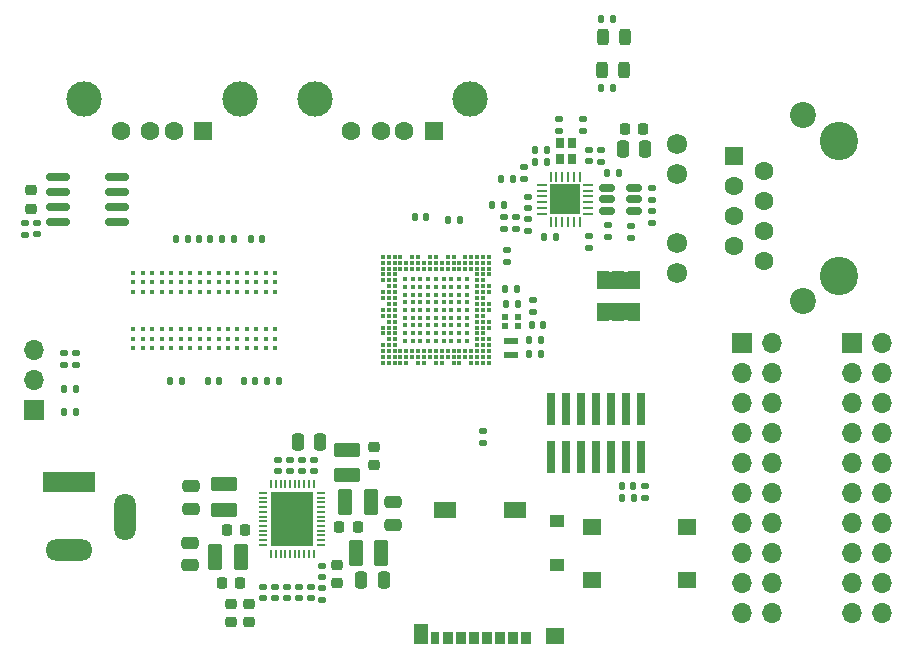
<source format=gbr>
%TF.GenerationSoftware,KiCad,Pcbnew,9.0.0*%
%TF.CreationDate,2025-03-22T23:10:54-04:00*%
%TF.ProjectId,simpleSBC,73696d70-6c65-4534-9243-2e6b69636164,rev?*%
%TF.SameCoordinates,Original*%
%TF.FileFunction,Soldermask,Top*%
%TF.FilePolarity,Negative*%
%FSLAX46Y46*%
G04 Gerber Fmt 4.6, Leading zero omitted, Abs format (unit mm)*
G04 Created by KiCad (PCBNEW 9.0.0) date 2025-03-22 23:10:54*
%MOMM*%
%LPD*%
G01*
G04 APERTURE LIST*
G04 Aperture macros list*
%AMRoundRect*
0 Rectangle with rounded corners*
0 $1 Rounding radius*
0 $2 $3 $4 $5 $6 $7 $8 $9 X,Y pos of 4 corners*
0 Add a 4 corners polygon primitive as box body*
4,1,4,$2,$3,$4,$5,$6,$7,$8,$9,$2,$3,0*
0 Add four circle primitives for the rounded corners*
1,1,$1+$1,$2,$3*
1,1,$1+$1,$4,$5*
1,1,$1+$1,$6,$7*
1,1,$1+$1,$8,$9*
0 Add four rect primitives between the rounded corners*
20,1,$1+$1,$2,$3,$4,$5,0*
20,1,$1+$1,$4,$5,$6,$7,0*
20,1,$1+$1,$6,$7,$8,$9,0*
20,1,$1+$1,$8,$9,$2,$3,0*%
G04 Aperture macros list end*
%ADD10R,1.000000X1.500000*%
%ADD11RoundRect,0.140000X-0.170000X0.140000X-0.170000X-0.140000X0.170000X-0.140000X0.170000X0.140000X0*%
%ADD12RoundRect,0.225000X-0.225000X-0.250000X0.225000X-0.250000X0.225000X0.250000X-0.225000X0.250000X0*%
%ADD13RoundRect,0.135000X-0.135000X-0.185000X0.135000X-0.185000X0.135000X0.185000X-0.135000X0.185000X0*%
%ADD14RoundRect,0.140000X0.170000X-0.140000X0.170000X0.140000X-0.170000X0.140000X-0.170000X-0.140000X0*%
%ADD15RoundRect,0.135000X-0.185000X0.135000X-0.185000X-0.135000X0.185000X-0.135000X0.185000X0.135000X0*%
%ADD16RoundRect,0.140000X-0.140000X-0.170000X0.140000X-0.170000X0.140000X0.170000X-0.140000X0.170000X0*%
%ADD17R,4.400000X1.800000*%
%ADD18O,4.000000X1.800000*%
%ADD19O,1.800000X4.000000*%
%ADD20RoundRect,0.140000X0.140000X0.170000X-0.140000X0.170000X-0.140000X-0.170000X0.140000X-0.170000X0*%
%ADD21C,0.390000*%
%ADD22RoundRect,0.243750X0.243750X0.456250X-0.243750X0.456250X-0.243750X-0.456250X0.243750X-0.456250X0*%
%ADD23R,1.700000X1.700000*%
%ADD24O,1.700000X1.700000*%
%ADD25RoundRect,0.250000X-0.250000X-0.475000X0.250000X-0.475000X0.250000X0.475000X-0.250000X0.475000X0*%
%ADD26R,0.800000X0.220000*%
%ADD27R,0.220000X0.800000*%
%ADD28R,3.600000X4.600000*%
%ADD29RoundRect,0.250000X0.475000X-0.250000X0.475000X0.250000X-0.475000X0.250000X-0.475000X-0.250000X0*%
%ADD30R,0.750000X0.850000*%
%ADD31RoundRect,0.135000X0.135000X0.185000X-0.135000X0.185000X-0.135000X-0.185000X0.135000X-0.185000X0*%
%ADD32R,0.600000X0.500000*%
%ADD33RoundRect,0.250000X-0.375000X-0.850000X0.375000X-0.850000X0.375000X0.850000X-0.375000X0.850000X0*%
%ADD34RoundRect,0.225000X0.250000X-0.225000X0.250000X0.225000X-0.250000X0.225000X-0.250000X-0.225000X0*%
%ADD35C,3.250000*%
%ADD36RoundRect,0.248000X0.552000X-0.552000X0.552000X0.552000X-0.552000X0.552000X-0.552000X-0.552000X0*%
%ADD37C,1.600000*%
%ADD38C,1.720000*%
%ADD39C,2.200000*%
%ADD40R,1.200000X0.600000*%
%ADD41RoundRect,0.250000X0.375000X0.850000X-0.375000X0.850000X-0.375000X-0.850000X0.375000X-0.850000X0*%
%ADD42RoundRect,0.135000X0.185000X-0.135000X0.185000X0.135000X-0.185000X0.135000X-0.185000X-0.135000X0*%
%ADD43RoundRect,0.218750X0.256250X-0.218750X0.256250X0.218750X-0.256250X0.218750X-0.256250X-0.218750X0*%
%ADD44RoundRect,0.150000X-0.512500X-0.150000X0.512500X-0.150000X0.512500X0.150000X-0.512500X0.150000X0*%
%ADD45R,1.600000X1.500000*%
%ADD46C,3.000000*%
%ADD47RoundRect,0.218750X-0.218750X-0.256250X0.218750X-0.256250X0.218750X0.256250X-0.218750X0.256250X0*%
%ADD48R,1.600000X1.400000*%
%ADD49R,0.850000X1.100000*%
%ADD50R,0.750000X1.100000*%
%ADD51R,1.200000X1.000000*%
%ADD52R,1.550000X1.350000*%
%ADD53R,1.900000X1.350000*%
%ADD54R,1.170000X1.800000*%
%ADD55RoundRect,0.225000X-0.250000X0.225000X-0.250000X-0.225000X0.250000X-0.225000X0.250000X0.225000X0*%
%ADD56R,0.650000X2.770000*%
%ADD57RoundRect,0.250000X0.850000X-0.375000X0.850000X0.375000X-0.850000X0.375000X-0.850000X-0.375000X0*%
%ADD58RoundRect,0.250000X0.250000X0.475000X-0.250000X0.475000X-0.250000X-0.475000X0.250000X-0.475000X0*%
%ADD59RoundRect,0.225000X0.225000X0.250000X-0.225000X0.250000X-0.225000X-0.250000X0.225000X-0.250000X0*%
%ADD60RoundRect,0.150000X-0.825000X-0.150000X0.825000X-0.150000X0.825000X0.150000X-0.825000X0.150000X0*%
%ADD61RoundRect,0.062500X-0.062500X0.375000X-0.062500X-0.375000X0.062500X-0.375000X0.062500X0.375000X0*%
%ADD62RoundRect,0.062500X-0.375000X0.062500X-0.375000X-0.062500X0.375000X-0.062500X0.375000X0.062500X0*%
%ADD63R,2.500000X2.500000*%
%ADD64C,0.400000*%
G04 APERTURE END LIST*
%TO.C,JP9*%
G36*
X159150000Y-85250000D02*
G01*
X160750000Y-85250000D01*
X160750000Y-86750000D01*
X159150000Y-86750000D01*
X159150000Y-85250000D01*
G37*
%TO.C,JP8*%
G36*
X159150000Y-82607500D02*
G01*
X160750000Y-82607500D01*
X160750000Y-84107500D01*
X159150000Y-84107500D01*
X159150000Y-82607500D01*
G37*
%TD*%
D10*
%TO.C,JP9*%
X158650000Y-86000000D03*
X159950000Y-86000000D03*
X161250000Y-86000000D03*
%TD*%
%TO.C,JP8*%
X158650000Y-83357500D03*
X159950000Y-83357500D03*
X161250000Y-83357500D03*
%TD*%
D11*
%TO.C,C43*%
X152275000Y-76270000D03*
X152275000Y-77230000D03*
%TD*%
D12*
%TO.C,C71*%
X126375000Y-109000000D03*
X127925000Y-109000000D03*
%TD*%
D13*
%TO.C,R61*%
X158502500Y-67050000D03*
X159522500Y-67050000D03*
%TD*%
D14*
%TO.C,C96*%
X134900000Y-108480000D03*
X134900000Y-107520000D03*
%TD*%
D12*
%TO.C,C70*%
X126825000Y-104500000D03*
X128375000Y-104500000D03*
%TD*%
D13*
%TO.C,R57*%
X112990000Y-92510000D03*
X114010000Y-92510000D03*
%TD*%
D15*
%TO.C,R51*%
X152300000Y-78190000D03*
X152300000Y-79210000D03*
%TD*%
D16*
%TO.C,C6*%
X128820000Y-79850000D03*
X129780000Y-79850000D03*
%TD*%
D14*
%TO.C,C39*%
X109750000Y-79480000D03*
X109750000Y-78520000D03*
%TD*%
D17*
%TO.C,J4*%
X113400000Y-100400000D03*
D18*
X113400000Y-106200000D03*
D19*
X118200000Y-103400000D03*
%TD*%
D13*
%TO.C,R62*%
X145490000Y-78250000D03*
X146510000Y-78250000D03*
%TD*%
D20*
%TO.C,C19*%
X122980000Y-91900000D03*
X122020000Y-91900000D03*
%TD*%
D21*
%TO.C,U1*%
X147100000Y-88450000D03*
X146450000Y-88450000D03*
X145800000Y-88450000D03*
X145150000Y-88450000D03*
X144500000Y-88450000D03*
X143850000Y-88450000D03*
X143200000Y-88450000D03*
X142550000Y-88450000D03*
X141900000Y-88450000D03*
X147100000Y-87800000D03*
X146450000Y-87800000D03*
X145800000Y-87800000D03*
X145150000Y-87800000D03*
X144500000Y-87800000D03*
X143850000Y-87800000D03*
X143200000Y-87800000D03*
X142550000Y-87800000D03*
X141900000Y-87800000D03*
X147100000Y-87150000D03*
X146450000Y-87150000D03*
X145800000Y-87150000D03*
X145150000Y-87150000D03*
X144500000Y-87150000D03*
X143850000Y-87150000D03*
X143200000Y-87150000D03*
X142550000Y-87150000D03*
X141900000Y-87150000D03*
X147100000Y-86500000D03*
X146450000Y-86500000D03*
X145800000Y-86500000D03*
X145150000Y-86500000D03*
X144500000Y-86500000D03*
X143850000Y-86500000D03*
X143200000Y-86500000D03*
X142550000Y-86500000D03*
X141900000Y-86500000D03*
X147100000Y-85850000D03*
X146450000Y-85850000D03*
X145800000Y-85850000D03*
X145150000Y-85850000D03*
X144500000Y-85850000D03*
X143850000Y-85850000D03*
X143200000Y-85850000D03*
X142550000Y-85850000D03*
X141900000Y-85850000D03*
X147100000Y-85200000D03*
X146450000Y-85200000D03*
X145800000Y-85200000D03*
X145150000Y-85200000D03*
X144500000Y-85200000D03*
X143850000Y-85200000D03*
X143200000Y-85200000D03*
X142550000Y-85200000D03*
X141900000Y-85200000D03*
X147100000Y-84550000D03*
X146450000Y-84550000D03*
X145800000Y-84550000D03*
X145150000Y-84550000D03*
X144500000Y-84550000D03*
X143850000Y-84550000D03*
X143200000Y-84550000D03*
X142550000Y-84550000D03*
X141900000Y-84550000D03*
X147100000Y-83900000D03*
X146450000Y-83900000D03*
X145800000Y-83900000D03*
X145150000Y-83900000D03*
X144500000Y-83900000D03*
X143850000Y-83900000D03*
X143200000Y-83900000D03*
X142550000Y-83900000D03*
X141900000Y-83900000D03*
X147100000Y-83250000D03*
X146450000Y-83250000D03*
X145800000Y-83250000D03*
X145150000Y-83250000D03*
X144500000Y-83250000D03*
X143850000Y-83250000D03*
X143200000Y-83250000D03*
X142550000Y-83250000D03*
X141900000Y-83250000D03*
X149000000Y-90350000D03*
X148500000Y-90350000D03*
X148000000Y-90350000D03*
X147500000Y-90350000D03*
X146500000Y-90350000D03*
X146000000Y-90350000D03*
X145000000Y-90350000D03*
X144500000Y-90350000D03*
X143500000Y-90350000D03*
X143000000Y-90350000D03*
X142000000Y-90350000D03*
X141500000Y-90350000D03*
X141000000Y-90350000D03*
X140500000Y-90350000D03*
X140000000Y-90350000D03*
X149000000Y-89850000D03*
X148500000Y-89850000D03*
X148000000Y-89850000D03*
X147500000Y-89850000D03*
X147000000Y-89850000D03*
X146500000Y-89850000D03*
X146000000Y-89850000D03*
X145500000Y-89850000D03*
X145000000Y-89850000D03*
X144500000Y-89850000D03*
X144000000Y-89850000D03*
X143500000Y-89850000D03*
X143000000Y-89850000D03*
X142500000Y-89850000D03*
X142000000Y-89850000D03*
X141500000Y-89850000D03*
X141000000Y-89850000D03*
X140500000Y-89850000D03*
X140000000Y-89850000D03*
X149000000Y-89350000D03*
X148500000Y-89350000D03*
X148000000Y-89350000D03*
X147500000Y-89350000D03*
X147000000Y-89350000D03*
X146500000Y-89350000D03*
X146000000Y-89350000D03*
X145500000Y-89350000D03*
X145000000Y-89350000D03*
X144500000Y-89350000D03*
X144000000Y-89350000D03*
X143500000Y-89350000D03*
X143000000Y-89350000D03*
X142500000Y-89350000D03*
X142000000Y-89350000D03*
X141500000Y-89350000D03*
X141000000Y-89350000D03*
X140500000Y-89350000D03*
X140000000Y-89350000D03*
X149000000Y-88850000D03*
X148500000Y-88850000D03*
X148000000Y-88850000D03*
X141000000Y-88850000D03*
X140500000Y-88850000D03*
X140000000Y-88850000D03*
X149000000Y-88350000D03*
X148500000Y-88350000D03*
X148000000Y-88350000D03*
X141000000Y-88350000D03*
X140500000Y-88350000D03*
X148500000Y-87850000D03*
X148000000Y-87850000D03*
X141000000Y-87850000D03*
X140500000Y-87850000D03*
X140000000Y-87850000D03*
X149000000Y-87350000D03*
X148500000Y-87350000D03*
X148000000Y-87350000D03*
X141000000Y-87350000D03*
X140500000Y-87350000D03*
X140000000Y-87350000D03*
X149000000Y-86850000D03*
X148500000Y-86850000D03*
X148000000Y-86850000D03*
X141000000Y-86850000D03*
X140500000Y-86850000D03*
X148500000Y-86350000D03*
X148000000Y-86350000D03*
X141000000Y-86350000D03*
X140500000Y-86350000D03*
X140000000Y-86350000D03*
X149000000Y-85850000D03*
X148500000Y-85850000D03*
X148000000Y-85850000D03*
X141000000Y-85850000D03*
X140500000Y-85850000D03*
X140000000Y-85850000D03*
X149000000Y-85350000D03*
X148500000Y-85350000D03*
X148000000Y-85350000D03*
X141000000Y-85350000D03*
X140500000Y-85350000D03*
X148500000Y-84850000D03*
X148000000Y-84850000D03*
X141000000Y-84850000D03*
X140500000Y-84850000D03*
X140000000Y-84850000D03*
X149000000Y-84350000D03*
X148500000Y-84350000D03*
X148000000Y-84350000D03*
X141000000Y-84350000D03*
X140500000Y-84350000D03*
X140000000Y-84350000D03*
X149000000Y-83850000D03*
X148500000Y-83850000D03*
X148000000Y-83850000D03*
X141000000Y-83850000D03*
X140500000Y-83850000D03*
X148500000Y-83350000D03*
X148000000Y-83350000D03*
X141000000Y-83350000D03*
X140500000Y-83350000D03*
X140000000Y-83350000D03*
X149000000Y-82850000D03*
X148500000Y-82850000D03*
X148000000Y-82850000D03*
X141000000Y-82850000D03*
X140500000Y-82850000D03*
X140000000Y-82850000D03*
X149000000Y-82350000D03*
X148500000Y-82350000D03*
X148000000Y-82350000D03*
X147500000Y-82350000D03*
X147000000Y-82350000D03*
X146500000Y-82350000D03*
X146000000Y-82350000D03*
X145500000Y-82350000D03*
X145000000Y-82350000D03*
X144500000Y-82350000D03*
X144000000Y-82350000D03*
X143500000Y-82350000D03*
X143000000Y-82350000D03*
X142500000Y-82350000D03*
X142000000Y-82350000D03*
X141500000Y-82350000D03*
X141000000Y-82350000D03*
X140500000Y-82350000D03*
X140000000Y-82350000D03*
X149000000Y-81850000D03*
X148500000Y-81850000D03*
X148000000Y-81850000D03*
X147500000Y-81850000D03*
X147000000Y-81850000D03*
X146500000Y-81850000D03*
X146000000Y-81850000D03*
X145500000Y-81850000D03*
X145000000Y-81850000D03*
X144500000Y-81850000D03*
X144000000Y-81850000D03*
X143500000Y-81850000D03*
X143000000Y-81850000D03*
X142500000Y-81850000D03*
X142000000Y-81850000D03*
X141500000Y-81850000D03*
X141000000Y-81850000D03*
X140500000Y-81850000D03*
X140000000Y-81850000D03*
X149000000Y-81350000D03*
X148500000Y-81350000D03*
X148000000Y-81350000D03*
X147500000Y-81350000D03*
X147000000Y-81350000D03*
X146000000Y-81350000D03*
X145500000Y-81350000D03*
X144500000Y-81350000D03*
X144000000Y-81350000D03*
X143000000Y-81350000D03*
X142500000Y-81350000D03*
X141500000Y-81350000D03*
X141000000Y-81350000D03*
X140500000Y-81350000D03*
X140000000Y-81350000D03*
%TD*%
D22*
%TO.C,D1*%
X160500000Y-62750000D03*
X158625000Y-62750000D03*
%TD*%
D15*
%TO.C,JP2*%
X113000000Y-89490000D03*
X113000000Y-90510000D03*
%TD*%
D23*
%TO.C,J8*%
X110500000Y-94330000D03*
D24*
X110500000Y-91790000D03*
X110500000Y-89250000D03*
%TD*%
D14*
%TO.C,C47*%
X161000000Y-79730000D03*
X161000000Y-78770000D03*
%TD*%
D25*
%TO.C,C93*%
X138200000Y-108750000D03*
X140100000Y-108750000D03*
%TD*%
%TO.C,C85*%
X160325000Y-72250000D03*
X162225000Y-72250000D03*
%TD*%
D26*
%TO.C,U4*%
X129900000Y-101350000D03*
X129900000Y-101750000D03*
X129900000Y-102150000D03*
X129900000Y-102550000D03*
X129900000Y-102950000D03*
X129900000Y-103350000D03*
X129900000Y-103750000D03*
X129900000Y-104150000D03*
X129900000Y-104550000D03*
X129900000Y-104950000D03*
X129900000Y-105350000D03*
X129900000Y-105750000D03*
D27*
X130550000Y-106500000D03*
X130950000Y-106500000D03*
X131350000Y-106500000D03*
X131750000Y-106500000D03*
X132150000Y-106500000D03*
X132550000Y-106500000D03*
X132950000Y-106500000D03*
X133350000Y-106500000D03*
X133750000Y-106500000D03*
X134150000Y-106500000D03*
D26*
X134800000Y-105760000D03*
X134800000Y-105350000D03*
X134800000Y-104950000D03*
X134800000Y-104550000D03*
X134800000Y-104150000D03*
X134800000Y-103750000D03*
X134800000Y-103350000D03*
X134800000Y-102950000D03*
X134800000Y-102550000D03*
X134800000Y-102150000D03*
X134800000Y-101750000D03*
X134800000Y-101350000D03*
D27*
X134150000Y-100600000D03*
X133750000Y-100600000D03*
X133350000Y-100600000D03*
X132950000Y-100600000D03*
X132550000Y-100600000D03*
X132150000Y-100600000D03*
X131750000Y-100600000D03*
X131350000Y-100600000D03*
X130950000Y-100600000D03*
X130550000Y-100600000D03*
D28*
X132350000Y-103550000D03*
%TD*%
D29*
%TO.C,C90*%
X123800000Y-102700000D03*
X123800000Y-100800000D03*
%TD*%
%TO.C,C91*%
X123650000Y-107450000D03*
X123650000Y-105550000D03*
%TD*%
D30*
%TO.C,Y3*%
X156025000Y-73075000D03*
X156025000Y-71725000D03*
X154975000Y-71725000D03*
X154975000Y-73075000D03*
%TD*%
D15*
%TO.C,R7*%
X152700000Y-84990000D03*
X152700000Y-86010000D03*
%TD*%
D31*
%TO.C,R63*%
X161240000Y-101750000D03*
X160220000Y-101750000D03*
%TD*%
D15*
%TO.C,R52*%
X162800000Y-77490000D03*
X162800000Y-78510000D03*
%TD*%
D11*
%TO.C,C67*%
X134900000Y-109420000D03*
X134900000Y-110380000D03*
%TD*%
D32*
%TO.C,X1*%
X151450000Y-86450000D03*
X150350000Y-86450000D03*
X150350000Y-87250000D03*
X151450000Y-87250000D03*
%TD*%
D14*
%TO.C,C86*%
X132900000Y-110280000D03*
X132900000Y-109320000D03*
%TD*%
D13*
%TO.C,R42*%
X153690000Y-79700000D03*
X154710000Y-79700000D03*
%TD*%
D23*
%TO.C,J9*%
X179710000Y-88640000D03*
D24*
X182250000Y-88640000D03*
X179710000Y-91180000D03*
X182250000Y-91180000D03*
X179710000Y-93720000D03*
X182250000Y-93720000D03*
X179710000Y-96260000D03*
X182250000Y-96260000D03*
X179710000Y-98800000D03*
X182250000Y-98800000D03*
X179710000Y-101340000D03*
X182250000Y-101340000D03*
X179710000Y-103880000D03*
X182250000Y-103880000D03*
X179710000Y-106420000D03*
X182250000Y-106420000D03*
X179710000Y-108960000D03*
X182250000Y-108960000D03*
X179710000Y-111500000D03*
X182250000Y-111500000D03*
%TD*%
D33*
%TO.C,L3*%
X136825000Y-102100000D03*
X138975000Y-102100000D03*
%TD*%
D34*
%TO.C,C73*%
X136100000Y-108975000D03*
X136100000Y-107425000D03*
%TD*%
D13*
%TO.C,R55*%
X158990000Y-74250000D03*
X160010000Y-74250000D03*
%TD*%
D35*
%TO.C,J7*%
X178625000Y-71520000D03*
X178625000Y-82950000D03*
D36*
X169735000Y-72790000D03*
D37*
X172275000Y-74060000D03*
X169735000Y-75330000D03*
X172275000Y-76600000D03*
X169735000Y-77870000D03*
X172275000Y-79140000D03*
X169735000Y-80410000D03*
X172275000Y-81680000D03*
D38*
X164905000Y-71770000D03*
X164905000Y-74310000D03*
X164905000Y-80160000D03*
X164905000Y-82700000D03*
D39*
X175575000Y-69335000D03*
X175575000Y-85135000D03*
%TD*%
D31*
%TO.C,R8*%
X151435000Y-85325000D03*
X150415000Y-85325000D03*
%TD*%
D23*
%TO.C,J3*%
X170460000Y-88640000D03*
D24*
X173000000Y-88640000D03*
X170460000Y-91180000D03*
X173000000Y-91180000D03*
X170460000Y-93720000D03*
X173000000Y-93720000D03*
X170460000Y-96260000D03*
X173000000Y-96260000D03*
X170460000Y-98800000D03*
X173000000Y-98800000D03*
X170460000Y-101340000D03*
X173000000Y-101340000D03*
X170460000Y-103880000D03*
X173000000Y-103880000D03*
X170460000Y-106420000D03*
X173000000Y-106420000D03*
X170460000Y-108960000D03*
X173000000Y-108960000D03*
X170460000Y-111500000D03*
X173000000Y-111500000D03*
%TD*%
D16*
%TO.C,C29*%
X152620000Y-87100000D03*
X153580000Y-87100000D03*
%TD*%
D40*
%TO.C,Y1*%
X150900000Y-89700000D03*
X150900000Y-88500000D03*
%TD*%
D13*
%TO.C,R6*%
X150390000Y-84100000D03*
X151410000Y-84100000D03*
%TD*%
D41*
%TO.C,L2*%
X127975000Y-106750000D03*
X125825000Y-106750000D03*
%TD*%
D42*
%TO.C,R49*%
X152000000Y-74760000D03*
X152000000Y-73740000D03*
%TD*%
D33*
%TO.C,L4*%
X137725000Y-106400000D03*
X139875000Y-106400000D03*
%TD*%
D11*
%TO.C,C68*%
X131900000Y-109320000D03*
X131900000Y-110280000D03*
%TD*%
D15*
%TO.C,JP3*%
X114000000Y-89490000D03*
X114000000Y-90510000D03*
%TD*%
D42*
%TO.C,R54*%
X158500000Y-73310000D03*
X158500000Y-72290000D03*
%TD*%
D13*
%TO.C,R40*%
X158502500Y-61225000D03*
X159522500Y-61225000D03*
%TD*%
D14*
%TO.C,C69*%
X133150000Y-99480000D03*
X133150000Y-98520000D03*
%TD*%
D43*
%TO.C,FB1*%
X110250000Y-77287500D03*
X110250000Y-75712500D03*
%TD*%
D44*
%TO.C,U5*%
X159000000Y-75550000D03*
X159000000Y-76500000D03*
X159000000Y-77450000D03*
X161275000Y-77450000D03*
X161275000Y-76500000D03*
X161275000Y-75550000D03*
%TD*%
D45*
%TO.C,J6*%
X124820000Y-70710000D03*
D37*
X122320000Y-70710000D03*
X120320000Y-70710000D03*
X117820000Y-70710000D03*
D46*
X127890000Y-68000000D03*
X114750000Y-68000000D03*
%TD*%
D47*
%TO.C,FB3*%
X160487500Y-70500000D03*
X162062500Y-70500000D03*
%TD*%
D13*
%TO.C,R44*%
X149990000Y-74750000D03*
X151010000Y-74750000D03*
%TD*%
D20*
%TO.C,C4*%
X123480000Y-79850000D03*
X122520000Y-79850000D03*
%TD*%
D48*
%TO.C,SW1*%
X165750000Y-108750000D03*
X157750000Y-108750000D03*
X165750000Y-104250000D03*
X157750000Y-104250000D03*
%TD*%
D15*
%TO.C,R56*%
X162775000Y-75490000D03*
X162775000Y-76510000D03*
%TD*%
D16*
%TO.C,C22*%
X124420000Y-79850000D03*
X125380000Y-79850000D03*
%TD*%
D14*
%TO.C,C95*%
X133900000Y-110280000D03*
X133900000Y-109320000D03*
%TD*%
D49*
%TO.C,J2*%
X152105000Y-113612500D03*
X151005000Y-113612500D03*
X149905000Y-113612500D03*
X148805000Y-113612500D03*
X147705000Y-113612500D03*
X146605000Y-113612500D03*
X145505000Y-113612500D03*
D50*
X144455000Y-113612500D03*
D51*
X154740000Y-107462500D03*
X154740000Y-103762500D03*
D52*
X154565000Y-113487500D03*
D53*
X151240000Y-102787500D03*
X145270000Y-102787500D03*
D54*
X143245000Y-113262500D03*
%TD*%
D11*
%TO.C,C84*%
X157500000Y-79620000D03*
X157500000Y-80580000D03*
%TD*%
D55*
%TO.C,C89*%
X139250000Y-97475000D03*
X139250000Y-99025000D03*
%TD*%
D22*
%TO.C,D2*%
X160450000Y-65550000D03*
X158575000Y-65550000D03*
%TD*%
D45*
%TO.C,J5*%
X144320000Y-70710000D03*
D37*
X141820000Y-70710000D03*
X139820000Y-70710000D03*
X137320000Y-70710000D03*
D46*
X147390000Y-68000000D03*
X134250000Y-68000000D03*
%TD*%
D42*
%TO.C,R41*%
X151250000Y-79010000D03*
X151250000Y-77990000D03*
%TD*%
D56*
%TO.C,J1*%
X154250000Y-98280000D03*
X154250000Y-94250000D03*
X155520000Y-98280000D03*
X155520000Y-94250000D03*
X156790000Y-98280000D03*
X156790000Y-94250000D03*
X158060000Y-98280000D03*
X158060000Y-94250000D03*
X159330000Y-98280000D03*
X159330000Y-94250000D03*
X160600000Y-98280000D03*
X160600000Y-94250000D03*
X161870000Y-98280000D03*
X161870000Y-94250000D03*
%TD*%
D16*
%TO.C,C16*%
X128220000Y-91900000D03*
X129180000Y-91900000D03*
%TD*%
D20*
%TO.C,C36*%
X153380000Y-88400000D03*
X152420000Y-88400000D03*
%TD*%
D34*
%TO.C,C94*%
X128650000Y-112275000D03*
X128650000Y-110725000D03*
%TD*%
D42*
%TO.C,JP1*%
X148500000Y-97110000D03*
X148500000Y-96090000D03*
%TD*%
D14*
%TO.C,C42*%
X154900000Y-70680000D03*
X154900000Y-69720000D03*
%TD*%
%TO.C,C76*%
X130900000Y-110280000D03*
X130900000Y-109320000D03*
%TD*%
%TO.C,C38*%
X150500000Y-81780000D03*
X150500000Y-80820000D03*
%TD*%
%TO.C,C83*%
X157500000Y-73280000D03*
X157500000Y-72320000D03*
%TD*%
D57*
%TO.C,L1*%
X126600000Y-102775000D03*
X126600000Y-100625000D03*
%TD*%
D29*
%TO.C,C92*%
X140900000Y-104050000D03*
X140900000Y-102150000D03*
%TD*%
D20*
%TO.C,C20*%
X126180000Y-91900000D03*
X125220000Y-91900000D03*
%TD*%
D14*
%TO.C,C88*%
X132150000Y-99480000D03*
X132150000Y-98520000D03*
%TD*%
D11*
%TO.C,C99*%
X134200000Y-98540000D03*
X134200000Y-99500000D03*
%TD*%
D20*
%TO.C,C49*%
X143680000Y-78000000D03*
X142720000Y-78000000D03*
%TD*%
%TO.C,C97*%
X161230000Y-100750000D03*
X160270000Y-100750000D03*
%TD*%
D57*
%TO.C,L5*%
X137000000Y-99825000D03*
X137000000Y-97675000D03*
%TD*%
D15*
%TO.C,R46*%
X150250000Y-77990000D03*
X150250000Y-79010000D03*
%TD*%
D20*
%TO.C,C14*%
X127380000Y-79850000D03*
X126420000Y-79850000D03*
%TD*%
D13*
%TO.C,R58*%
X112990000Y-94500000D03*
X114010000Y-94500000D03*
%TD*%
D16*
%TO.C,C12*%
X130220000Y-91900000D03*
X131180000Y-91900000D03*
%TD*%
D55*
%TO.C,C87*%
X127150000Y-110725000D03*
X127150000Y-112275000D03*
%TD*%
D58*
%TO.C,C98*%
X134700000Y-97000000D03*
X132800000Y-97000000D03*
%TD*%
D15*
%TO.C,R53*%
X159100000Y-78690000D03*
X159100000Y-79710000D03*
%TD*%
D59*
%TO.C,C72*%
X137875000Y-104200000D03*
X136325000Y-104200000D03*
%TD*%
D11*
%TO.C,C74*%
X131150000Y-98520000D03*
X131150000Y-99480000D03*
%TD*%
D60*
%TO.C,U2*%
X112525000Y-74595000D03*
X112525000Y-75865000D03*
X112525000Y-77135000D03*
X112525000Y-78405000D03*
X117475000Y-78405000D03*
X117475000Y-77135000D03*
X117475000Y-75865000D03*
X117475000Y-74595000D03*
%TD*%
D14*
%TO.C,C41*%
X110750000Y-79460000D03*
X110750000Y-78500000D03*
%TD*%
%TO.C,C44*%
X157000000Y-70680000D03*
X157000000Y-69720000D03*
%TD*%
D15*
%TO.C,R60*%
X162250000Y-100740000D03*
X162250000Y-101760000D03*
%TD*%
D14*
%TO.C,C75*%
X129900000Y-110280000D03*
X129900000Y-109320000D03*
%TD*%
D20*
%TO.C,C80*%
X153880000Y-73300000D03*
X152920000Y-73300000D03*
%TD*%
D61*
%TO.C,U6*%
X156712500Y-74562500D03*
X156212500Y-74562500D03*
X155712500Y-74562500D03*
X155212500Y-74562500D03*
X154712500Y-74562500D03*
X154212500Y-74562500D03*
D62*
X153525000Y-75250000D03*
X153525000Y-75750000D03*
X153525000Y-76250000D03*
X153525000Y-76750000D03*
X153525000Y-77250000D03*
X153525000Y-77750000D03*
D61*
X154212500Y-78437500D03*
X154712500Y-78437500D03*
X155212500Y-78437500D03*
X155712500Y-78437500D03*
X156212500Y-78437500D03*
X156712500Y-78437500D03*
D62*
X157400000Y-77750000D03*
X157400000Y-77250000D03*
X157400000Y-76750000D03*
X157400000Y-76250000D03*
X157400000Y-75750000D03*
X157400000Y-75250000D03*
D63*
X155462500Y-76500000D03*
%TD*%
D13*
%TO.C,R43*%
X149290000Y-77000000D03*
X150310000Y-77000000D03*
%TD*%
D20*
%TO.C,C37*%
X153380000Y-89600000D03*
X152420000Y-89600000D03*
%TD*%
%TO.C,C79*%
X153880000Y-72300000D03*
X152920000Y-72300000D03*
%TD*%
D64*
%TO.C,U3*%
X118900000Y-89100000D03*
X118900000Y-88300000D03*
X118900000Y-87500000D03*
X118900000Y-84300000D03*
X118900000Y-83500000D03*
X118900000Y-82700000D03*
X119700000Y-89100000D03*
X119700000Y-88300000D03*
X119700000Y-87500000D03*
X119700000Y-84300000D03*
X119700000Y-83500000D03*
X119700000Y-82700000D03*
X120500000Y-89100000D03*
X120500000Y-88300000D03*
X120500000Y-87500000D03*
X120500000Y-84300000D03*
X120500000Y-83500000D03*
X120500000Y-82700000D03*
X121300000Y-89100000D03*
X121300000Y-88300000D03*
X121300000Y-87500000D03*
X121300000Y-84300000D03*
X121300000Y-83500000D03*
X121300000Y-82700000D03*
X122100000Y-89100000D03*
X122100000Y-88300000D03*
X122100000Y-87500000D03*
X122100000Y-84300000D03*
X122100000Y-83500000D03*
X122100000Y-82700000D03*
X122900000Y-89100000D03*
X122900000Y-88300000D03*
X122900000Y-87500000D03*
X122900000Y-84300000D03*
X122900000Y-83500000D03*
X122900000Y-82700000D03*
X123700000Y-89100000D03*
X123700000Y-88300000D03*
X123700000Y-87500000D03*
X123700000Y-84300000D03*
X123700000Y-83500000D03*
X123700000Y-82700000D03*
X124500000Y-89100000D03*
X124500000Y-88300000D03*
X124500000Y-87500000D03*
X124500000Y-84300000D03*
X124500000Y-83500000D03*
X124500000Y-82700000D03*
X125300000Y-89100000D03*
X125300000Y-88300000D03*
X125300000Y-87500000D03*
X125300000Y-84300000D03*
X125300000Y-83500000D03*
X125300000Y-82700000D03*
X126100000Y-89100000D03*
X126100000Y-88300000D03*
X126100000Y-87500000D03*
X126100000Y-84300000D03*
X126100000Y-83500000D03*
X126100000Y-82700000D03*
X126900000Y-89100000D03*
X126900000Y-88300000D03*
X126900000Y-87500000D03*
X126900000Y-84300000D03*
X126900000Y-83500000D03*
X126900000Y-82700000D03*
X127700000Y-89100000D03*
X127700000Y-88300000D03*
X127700000Y-87500000D03*
X127700000Y-84300000D03*
X127700000Y-83500000D03*
X127700000Y-82700000D03*
X128500000Y-89100000D03*
X128500000Y-88300000D03*
X128500000Y-87500000D03*
X128500000Y-84300000D03*
X128500000Y-83500000D03*
X128500000Y-82700000D03*
X129300000Y-89100000D03*
X129300000Y-88300000D03*
X129300000Y-87500000D03*
X129300000Y-84300000D03*
X129300000Y-83500000D03*
X129300000Y-82700000D03*
X130100000Y-89100000D03*
X130100000Y-88300000D03*
X130100000Y-87500000D03*
X130100000Y-84300000D03*
X130100000Y-83500000D03*
X130100000Y-82700000D03*
X130900000Y-89100000D03*
X130900000Y-88300000D03*
X130900000Y-87500000D03*
X130900000Y-84300000D03*
X130900000Y-83500000D03*
X130900000Y-82700000D03*
%TD*%
M02*

</source>
